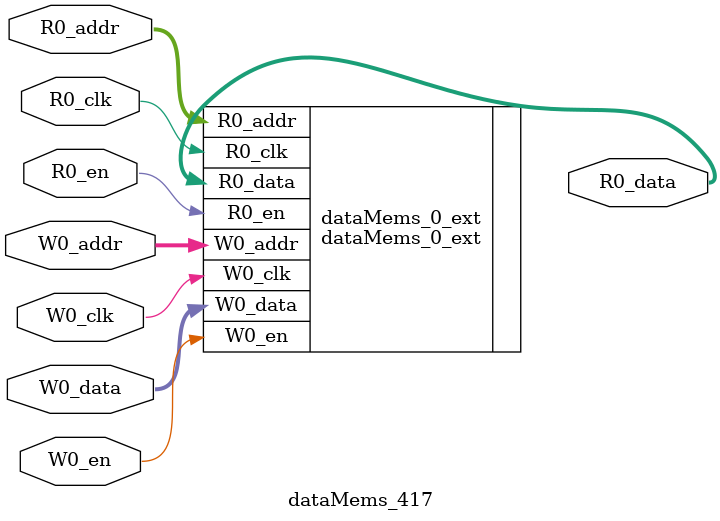
<source format=sv>
`ifndef RANDOMIZE
  `ifdef RANDOMIZE_REG_INIT
    `define RANDOMIZE
  `endif // RANDOMIZE_REG_INIT
`endif // not def RANDOMIZE
`ifndef RANDOMIZE
  `ifdef RANDOMIZE_MEM_INIT
    `define RANDOMIZE
  `endif // RANDOMIZE_MEM_INIT
`endif // not def RANDOMIZE

`ifndef RANDOM
  `define RANDOM $random
`endif // not def RANDOM

// Users can define 'PRINTF_COND' to add an extra gate to prints.
`ifndef PRINTF_COND_
  `ifdef PRINTF_COND
    `define PRINTF_COND_ (`PRINTF_COND)
  `else  // PRINTF_COND
    `define PRINTF_COND_ 1
  `endif // PRINTF_COND
`endif // not def PRINTF_COND_

// Users can define 'ASSERT_VERBOSE_COND' to add an extra gate to assert error printing.
`ifndef ASSERT_VERBOSE_COND_
  `ifdef ASSERT_VERBOSE_COND
    `define ASSERT_VERBOSE_COND_ (`ASSERT_VERBOSE_COND)
  `else  // ASSERT_VERBOSE_COND
    `define ASSERT_VERBOSE_COND_ 1
  `endif // ASSERT_VERBOSE_COND
`endif // not def ASSERT_VERBOSE_COND_

// Users can define 'STOP_COND' to add an extra gate to stop conditions.
`ifndef STOP_COND_
  `ifdef STOP_COND
    `define STOP_COND_ (`STOP_COND)
  `else  // STOP_COND
    `define STOP_COND_ 1
  `endif // STOP_COND
`endif // not def STOP_COND_

// Users can define INIT_RANDOM as general code that gets injected into the
// initializer block for modules with registers.
`ifndef INIT_RANDOM
  `define INIT_RANDOM
`endif // not def INIT_RANDOM

// If using random initialization, you can also define RANDOMIZE_DELAY to
// customize the delay used, otherwise 0.002 is used.
`ifndef RANDOMIZE_DELAY
  `define RANDOMIZE_DELAY 0.002
`endif // not def RANDOMIZE_DELAY

// Define INIT_RANDOM_PROLOG_ for use in our modules below.
`ifndef INIT_RANDOM_PROLOG_
  `ifdef RANDOMIZE
    `ifdef VERILATOR
      `define INIT_RANDOM_PROLOG_ `INIT_RANDOM
    `else  // VERILATOR
      `define INIT_RANDOM_PROLOG_ `INIT_RANDOM #`RANDOMIZE_DELAY begin end
    `endif // VERILATOR
  `else  // RANDOMIZE
    `define INIT_RANDOM_PROLOG_
  `endif // RANDOMIZE
`endif // not def INIT_RANDOM_PROLOG_

// Include register initializers in init blocks unless synthesis is set
`ifndef SYNTHESIS
  `ifndef ENABLE_INITIAL_REG_
    `define ENABLE_INITIAL_REG_
  `endif // not def ENABLE_INITIAL_REG_
`endif // not def SYNTHESIS

// Include rmemory initializers in init blocks unless synthesis is set
`ifndef SYNTHESIS
  `ifndef ENABLE_INITIAL_MEM_
    `define ENABLE_INITIAL_MEM_
  `endif // not def ENABLE_INITIAL_MEM_
`endif // not def SYNTHESIS

module dataMems_417(	// @[generators/ara/src/main/scala/UnsafeAXI4ToTL.scala:365:62]
  input  [4:0]  R0_addr,
  input         R0_en,
  input         R0_clk,
  output [66:0] R0_data,
  input  [4:0]  W0_addr,
  input         W0_en,
  input         W0_clk,
  input  [66:0] W0_data
);

  dataMems_0_ext dataMems_0_ext (	// @[generators/ara/src/main/scala/UnsafeAXI4ToTL.scala:365:62]
    .R0_addr (R0_addr),
    .R0_en   (R0_en),
    .R0_clk  (R0_clk),
    .R0_data (R0_data),
    .W0_addr (W0_addr),
    .W0_en   (W0_en),
    .W0_clk  (W0_clk),
    .W0_data (W0_data)
  );
endmodule


</source>
